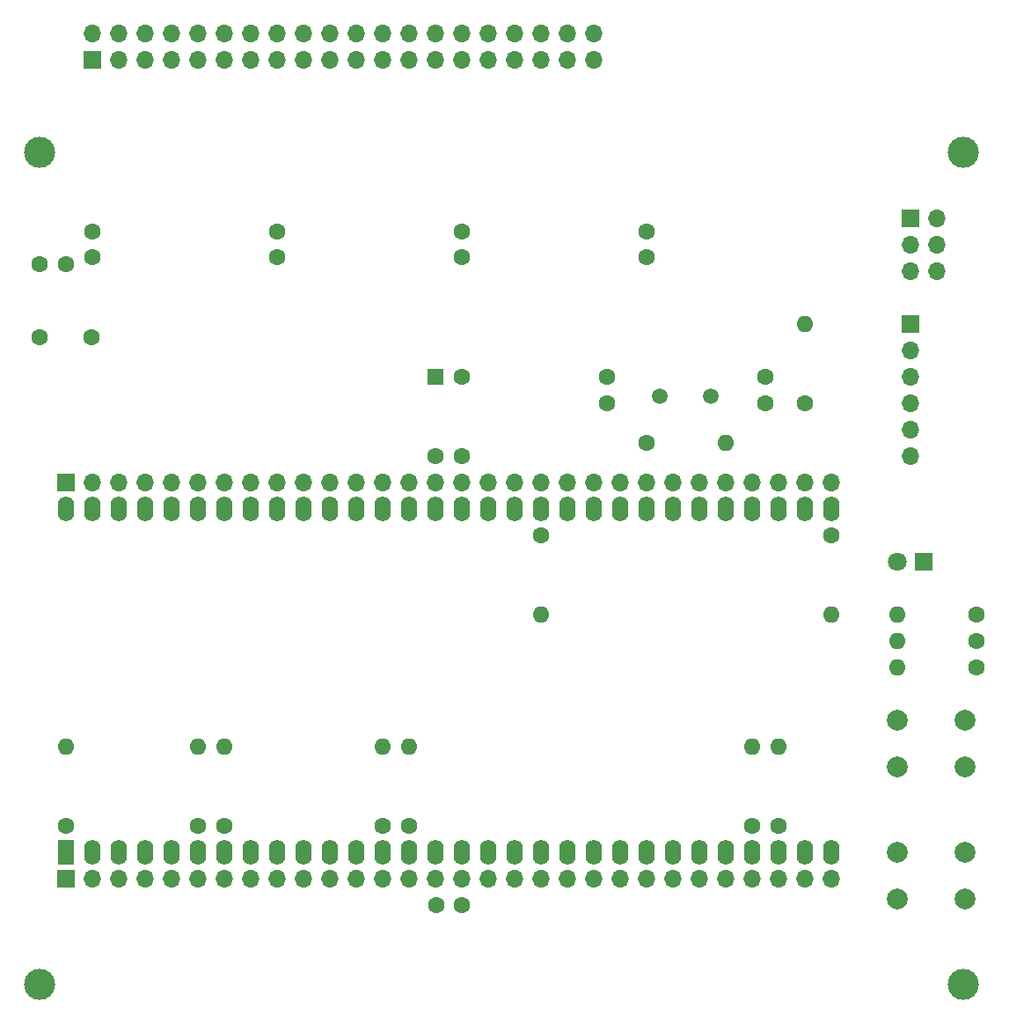
<source format=gbr>
%TF.GenerationSoftware,KiCad,Pcbnew,8.0.5*%
%TF.CreationDate,2025-08-25T13:08:50+09:00*%
%TF.ProjectId,TangConsoleDCJ11MEM,54616e67-436f-46e7-936f-6c6544434a31,rev?*%
%TF.SameCoordinates,Original*%
%TF.FileFunction,Soldermask,Bot*%
%TF.FilePolarity,Negative*%
%FSLAX46Y46*%
G04 Gerber Fmt 4.6, Leading zero omitted, Abs format (unit mm)*
G04 Created by KiCad (PCBNEW 8.0.5) date 2025-08-25 13:08:50*
%MOMM*%
%LPD*%
G01*
G04 APERTURE LIST*
%ADD10C,1.600000*%
%ADD11C,3.000000*%
%ADD12C,2.000000*%
%ADD13O,1.600000X1.600000*%
%ADD14R,1.700000X1.700000*%
%ADD15O,1.700000X1.700000*%
%ADD16C,1.500000*%
%ADD17C,1.800000*%
%ADD18R,1.800000X1.800000*%
%ADD19R,1.600000X2.400000*%
%ADD20O,1.600000X2.400000*%
%ADD21R,1.600000X1.600000*%
G04 APERTURE END LIST*
D10*
%TO.C,C8*%
X63500000Y-21590000D03*
X63500000Y-24090000D03*
%TD*%
%TO.C,C6*%
X27940000Y-21590000D03*
X27940000Y-24090000D03*
%TD*%
%TO.C,C7*%
X10160000Y-21590000D03*
X10160000Y-24090000D03*
%TD*%
%TO.C,C5*%
X45720000Y-21590000D03*
X45720000Y-24090000D03*
%TD*%
D11*
%TO.C,REF\u002A\u002A*%
X93980000Y-93980000D03*
%TD*%
D12*
%TO.C,SW1*%
X94130000Y-73080000D03*
X87630000Y-73080000D03*
X94130000Y-68580000D03*
X87630000Y-68580000D03*
%TD*%
D10*
%TO.C,R8*%
X40640000Y-78740000D03*
D13*
X40640000Y-71120000D03*
%TD*%
D14*
%TO.C,J5*%
X88900000Y-20320000D03*
D15*
X91440000Y-20320000D03*
X88900000Y-22860000D03*
X91440000Y-22860000D03*
X88900000Y-25400000D03*
X91440000Y-25400000D03*
%TD*%
D14*
%TO.C,J2*%
X7620000Y-83820000D03*
D15*
X10160000Y-83820000D03*
X12700000Y-83820000D03*
X15240000Y-83820000D03*
X17780000Y-83820000D03*
X20320000Y-83820000D03*
X22860000Y-83820000D03*
X25400000Y-83820000D03*
X27940000Y-83820000D03*
X30480000Y-83820000D03*
X33020000Y-83820000D03*
X35560000Y-83820000D03*
X38100000Y-83820000D03*
X40640000Y-83820000D03*
X43180000Y-83820000D03*
X45720000Y-83820000D03*
X48260000Y-83820000D03*
X50800000Y-83820000D03*
X53340000Y-83820000D03*
X55880000Y-83820000D03*
X58420000Y-83820000D03*
X60960000Y-83820000D03*
X63500000Y-83820000D03*
X66040000Y-83820000D03*
X68580000Y-83820000D03*
X71120000Y-83820000D03*
X73660000Y-83820000D03*
X76200000Y-83820000D03*
X78740000Y-83820000D03*
X81280000Y-83820000D03*
%TD*%
D10*
%TO.C,R11*%
X78740000Y-38100000D03*
D13*
X78740000Y-30480000D03*
%TD*%
D10*
%TO.C,R12*%
X95250000Y-58420000D03*
D13*
X87630000Y-58420000D03*
%TD*%
D10*
%TO.C,R10*%
X76200000Y-78740000D03*
D13*
X76200000Y-71120000D03*
%TD*%
D16*
%TO.C,Y1*%
X69650000Y-37465000D03*
X64770000Y-37465000D03*
%TD*%
D17*
%TO.C,D1*%
X87630000Y-53340000D03*
D18*
X90170000Y-53340000D03*
%TD*%
D10*
%TO.C,C1*%
X59690000Y-38100000D03*
X59690000Y-35600000D03*
%TD*%
%TO.C,R3*%
X81280000Y-50800000D03*
D13*
X81280000Y-58420000D03*
%TD*%
D10*
%TO.C,C2*%
X74930000Y-38100000D03*
X74930000Y-35600000D03*
%TD*%
%TO.C,R2*%
X53340000Y-50800000D03*
D13*
X53340000Y-58420000D03*
%TD*%
D10*
%TO.C,R13*%
X95250000Y-60960000D03*
D13*
X87630000Y-60960000D03*
%TD*%
D10*
%TO.C,R5*%
X20320000Y-78740000D03*
D13*
X20320000Y-71120000D03*
%TD*%
D10*
%TO.C,C10*%
X45720000Y-86360000D03*
X43220000Y-86360000D03*
%TD*%
D12*
%TO.C,SW2*%
X87630000Y-81280000D03*
X94130000Y-81280000D03*
X87630000Y-85780000D03*
X94130000Y-85780000D03*
%TD*%
D11*
%TO.C,REF\u002A\u002A*%
X5080000Y-13970000D03*
%TD*%
D10*
%TO.C,R7*%
X38100000Y-78740000D03*
D13*
X38100000Y-71120000D03*
%TD*%
D10*
%TO.C,R9*%
X73660000Y-78740000D03*
D13*
X73660000Y-71120000D03*
%TD*%
D10*
%TO.C,R1*%
X63500000Y-41910000D03*
D13*
X71120000Y-41910000D03*
%TD*%
D19*
%TO.C,U1*%
X7620000Y-81280000D03*
D20*
X10160000Y-81280000D03*
X12700000Y-81280000D03*
X15240000Y-81280000D03*
X17780000Y-81280000D03*
X20320000Y-81280000D03*
X22860000Y-81280000D03*
X25400000Y-81280000D03*
X27940000Y-81280000D03*
X30480000Y-81280000D03*
X33020000Y-81280000D03*
X35560000Y-81280000D03*
X38100000Y-81280000D03*
X40640000Y-81280000D03*
X43180000Y-81280000D03*
X45720000Y-81280000D03*
X48260000Y-81280000D03*
X50800000Y-81280000D03*
X53340000Y-81280000D03*
X55880000Y-81280000D03*
X58420000Y-81280000D03*
X60960000Y-81280000D03*
X63500000Y-81280000D03*
X66040000Y-81280000D03*
X68580000Y-81280000D03*
X71120000Y-81280000D03*
X73660000Y-81280000D03*
X76200000Y-81280000D03*
X78740000Y-81280000D03*
X81280000Y-81280000D03*
X81280000Y-48260000D03*
X78740000Y-48260000D03*
X76200000Y-48260000D03*
X73660000Y-48260000D03*
X71120000Y-48260000D03*
X68580000Y-48260000D03*
X66040000Y-48260000D03*
X63500000Y-48260000D03*
X60960000Y-48260000D03*
X58420000Y-48260000D03*
X55880000Y-48260000D03*
X53340000Y-48260000D03*
X50800000Y-48260000D03*
X48260000Y-48260000D03*
X45720000Y-48260000D03*
X43180000Y-48260000D03*
X40640000Y-48260000D03*
X38100000Y-48260000D03*
X35560000Y-48260000D03*
X33020000Y-48260000D03*
X30480000Y-48260000D03*
X27940000Y-48260000D03*
X25400000Y-48260000D03*
X22860000Y-48260000D03*
X20320000Y-48260000D03*
X17780000Y-48260000D03*
X15240000Y-48260000D03*
X12700000Y-48260000D03*
X10160000Y-48260000D03*
X7620000Y-48260000D03*
%TD*%
D10*
%TO.C,C9*%
X43180000Y-43180000D03*
X45680000Y-43180000D03*
%TD*%
%TO.C,R6*%
X22860000Y-78740000D03*
D13*
X22860000Y-71120000D03*
%TD*%
D10*
%TO.C,R4*%
X7620000Y-78740000D03*
D13*
X7620000Y-71120000D03*
%TD*%
D11*
%TO.C,REF\u002A\u002A*%
X5080000Y-93980000D03*
%TD*%
D21*
%TO.C,C11*%
X43180000Y-35560000D03*
D10*
X45680000Y-35560000D03*
%TD*%
%TO.C,R14*%
X95250000Y-63500000D03*
D13*
X87630000Y-63500000D03*
%TD*%
D14*
%TO.C,J4*%
X88900000Y-30480000D03*
D15*
X88900000Y-33020000D03*
X88900000Y-35560000D03*
X88900000Y-38100000D03*
X88900000Y-40640000D03*
X88900000Y-43180000D03*
%TD*%
D10*
%TO.C,C3*%
X5080000Y-24765000D03*
X7580000Y-24765000D03*
%TD*%
%TO.C,C4*%
X10080000Y-31750000D03*
X5080000Y-31750000D03*
%TD*%
D14*
%TO.C,J3*%
X7620000Y-45720000D03*
D15*
X10160000Y-45720000D03*
X12700000Y-45720000D03*
X15240000Y-45720000D03*
X17780000Y-45720000D03*
X20320000Y-45720000D03*
X22860000Y-45720000D03*
X25400000Y-45720000D03*
X27940000Y-45720000D03*
X30480000Y-45720000D03*
X33020000Y-45720000D03*
X35560000Y-45720000D03*
X38100000Y-45720000D03*
X40640000Y-45720000D03*
X43180000Y-45720000D03*
X45720000Y-45720000D03*
X48260000Y-45720000D03*
X50800000Y-45720000D03*
X53340000Y-45720000D03*
X55880000Y-45720000D03*
X58420000Y-45720000D03*
X60960000Y-45720000D03*
X63500000Y-45720000D03*
X66040000Y-45720000D03*
X68580000Y-45720000D03*
X71120000Y-45720000D03*
X73660000Y-45720000D03*
X76200000Y-45720000D03*
X78740000Y-45720000D03*
X81280000Y-45720000D03*
%TD*%
D11*
%TO.C,REF\u002A\u002A*%
X93980000Y-13970000D03*
%TD*%
D14*
%TO.C,J1*%
X10160000Y-5080000D03*
D15*
X10160000Y-2540000D03*
X12700000Y-5080000D03*
X12700000Y-2540000D03*
X15240000Y-5080000D03*
X15240000Y-2540000D03*
X17780000Y-5080000D03*
X17780000Y-2540000D03*
X20320000Y-5080000D03*
X20320000Y-2540000D03*
X22860000Y-5080000D03*
X22860000Y-2540000D03*
X25400000Y-5080000D03*
X25400000Y-2540000D03*
X27940000Y-5080000D03*
X27940000Y-2540000D03*
X30480000Y-5080000D03*
X30480000Y-2540000D03*
X33020000Y-5080000D03*
X33020000Y-2540000D03*
X35560000Y-5080000D03*
X35560000Y-2540000D03*
X38100000Y-5080000D03*
X38100000Y-2540000D03*
X40640000Y-5080000D03*
X40640000Y-2540000D03*
X43180000Y-5080000D03*
X43180000Y-2540000D03*
X45720000Y-5080000D03*
X45720000Y-2540000D03*
X48260000Y-5080000D03*
X48260000Y-2540000D03*
X50800000Y-5080000D03*
X50800000Y-2540000D03*
X53340000Y-5080000D03*
X53340000Y-2540000D03*
X55880000Y-5080000D03*
X55880000Y-2540000D03*
X58420000Y-5080000D03*
X58420000Y-2540000D03*
%TD*%
M02*

</source>
